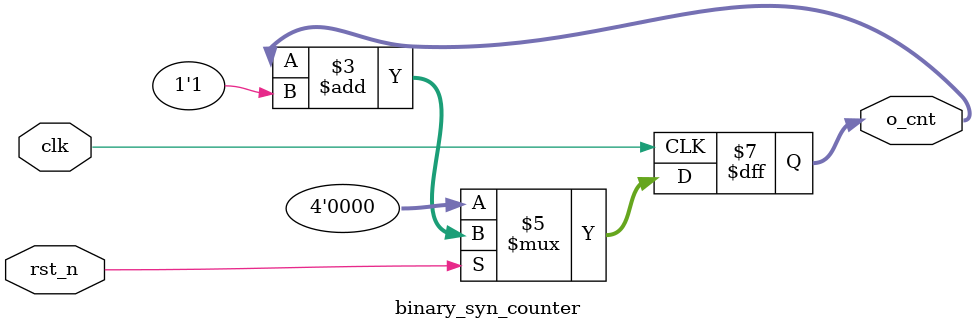
<source format=v>
`timescale 1 ns / 1 ps
module binary_syn_counter(
	input clk,
	input rst_n,
	output reg [3:0] o_cnt 
);

always @ (posedge clk)
    begin
        if(!rst_n)
        	begin
        		o_cnt <= 0;
        	end
        else
        	begin
        		o_cnt <= o_cnt + 1'b1;
        	end
    end

endmodule
</source>
